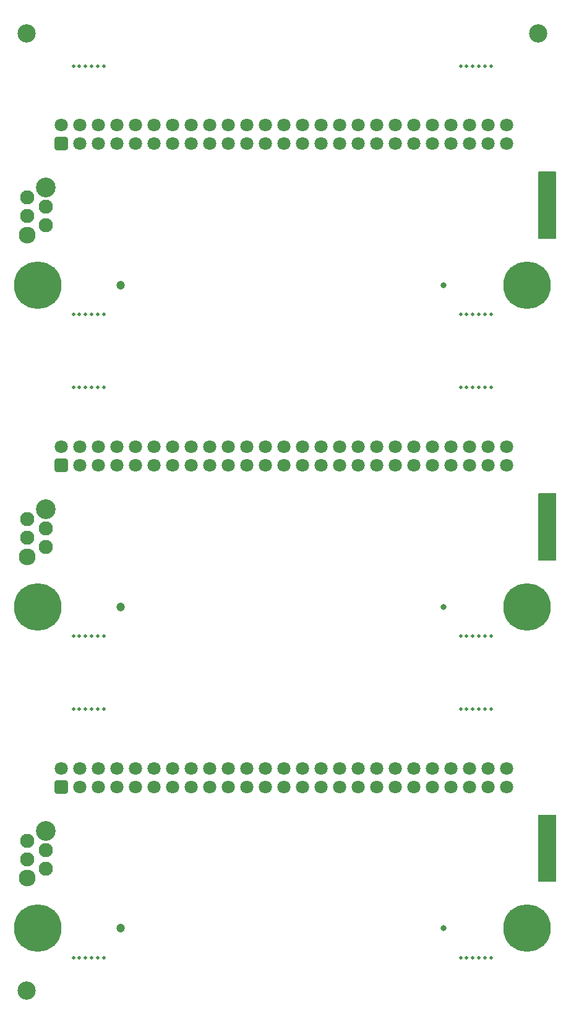
<source format=gbs>
G04 #@! TF.GenerationSoftware,KiCad,Pcbnew,8.0.6*
G04 #@! TF.CreationDate,2024-11-07T02:26:55-08:00*
G04 #@! TF.ProjectId,hvd-50-idc-panel,6876642d-3530-42d6-9964-632d70616e65,1*
G04 #@! TF.SameCoordinates,Original*
G04 #@! TF.FileFunction,Soldermask,Bot*
G04 #@! TF.FilePolarity,Negative*
%FSLAX46Y46*%
G04 Gerber Fmt 4.6, Leading zero omitted, Abs format (unit mm)*
G04 Created by KiCad (PCBNEW 8.0.6) date 2024-11-07 02:26:55*
%MOMM*%
%LPD*%
G01*
G04 APERTURE LIST*
G04 Aperture macros list*
%AMRoundRect*
0 Rectangle with rounded corners*
0 $1 Rounding radius*
0 $2 $3 $4 $5 $6 $7 $8 $9 X,Y pos of 4 corners*
0 Add a 4 corners polygon primitive as box body*
4,1,4,$2,$3,$4,$5,$6,$7,$8,$9,$2,$3,0*
0 Add four circle primitives for the rounded corners*
1,1,$1+$1,$2,$3*
1,1,$1+$1,$4,$5*
1,1,$1+$1,$6,$7*
1,1,$1+$1,$8,$9*
0 Add four rect primitives between the rounded corners*
20,1,$1+$1,$2,$3,$4,$5,0*
20,1,$1+$1,$4,$5,$6,$7,0*
20,1,$1+$1,$6,$7,$8,$9,0*
20,1,$1+$1,$8,$9,$2,$3,0*%
G04 Aperture macros list end*
%ADD10C,0.500000*%
%ADD11RoundRect,0.264706X0.635294X-0.635294X0.635294X0.635294X-0.635294X0.635294X-0.635294X-0.635294X0*%
%ADD12C,1.800000*%
%ADD13C,6.500000*%
%ADD14C,2.300000*%
%ADD15C,2.700000*%
%ADD16C,1.950000*%
%ADD17C,0.800000*%
%ADD18C,1.200000*%
%ADD19C,2.500000*%
G04 APERTURE END LIST*
D10*
G04 #@! TO.C,KiKit_MB_8_1*
X-61899000Y51002000D03*
G04 #@! TD*
G04 #@! TO.C,KiKit_MB_1_2*
X-9739401Y95002000D03*
G04 #@! TD*
G04 #@! TO.C,KiKit_MB_4_6*
X-66100999Y95002000D03*
G04 #@! TD*
G04 #@! TO.C,KiKit_MB_5_5*
X-12260600Y51002000D03*
G04 #@! TD*
G04 #@! TO.C,KiKit_MB_1_3*
X-10579801Y95002000D03*
G04 #@! TD*
G04 #@! TO.C,KiKit_MB_2_3*
X-64420199Y129002000D03*
G04 #@! TD*
G04 #@! TO.C,KiKit_MB_4_1*
X-61899000Y95002000D03*
G04 #@! TD*
G04 #@! TO.C,KiKit_MB_3_3*
X-11420200Y129002000D03*
G04 #@! TD*
G04 #@! TO.C,KiKit_MB_9_3*
X-10579801Y7002000D03*
G04 #@! TD*
D11*
G04 #@! TO.C,J2*
X-67760000Y30362000D03*
D12*
X-67760000Y32902000D03*
X-65220000Y30362000D03*
X-65220000Y32902000D03*
X-62680000Y30362000D03*
X-62680000Y32902000D03*
X-60140000Y30362000D03*
X-60140000Y32902000D03*
X-57600000Y30362000D03*
X-57600000Y32902000D03*
X-55060000Y30362000D03*
X-55060000Y32902000D03*
X-52520000Y30362000D03*
X-52520000Y32902000D03*
X-49980000Y30362000D03*
X-49980000Y32902000D03*
X-47440000Y30362000D03*
X-47440000Y32902000D03*
X-44900000Y30362000D03*
X-44900000Y32902000D03*
X-42360000Y30362000D03*
X-42360000Y32902000D03*
X-39820000Y30362000D03*
X-39820000Y32902000D03*
X-37280000Y30362000D03*
X-37280000Y32902000D03*
X-34740000Y30362000D03*
X-34740000Y32902000D03*
X-32200000Y30362000D03*
X-32200000Y32902000D03*
X-29660000Y30362000D03*
X-29660000Y32902000D03*
X-27120000Y30362000D03*
X-27120000Y32902000D03*
X-24580000Y30362000D03*
X-24580000Y32902000D03*
X-22040000Y30362000D03*
X-22040000Y32902000D03*
X-19500000Y30362000D03*
X-19500000Y32902000D03*
X-16960000Y30362000D03*
X-16960000Y32902000D03*
X-14420000Y30362000D03*
X-14420000Y32902000D03*
X-11880000Y30362000D03*
X-11880000Y32902000D03*
X-9340000Y30362000D03*
X-9340000Y32902000D03*
X-6800000Y30362000D03*
X-6800000Y32902000D03*
G04 #@! TD*
D10*
G04 #@! TO.C,KiKit_MB_12_5*
X-65260599Y7002000D03*
G04 #@! TD*
G04 #@! TO.C,KiKit_MB_9_5*
X-12260600Y7002000D03*
G04 #@! TD*
G04 #@! TO.C,KiKit_MB_10_5*
X-62739400Y41002000D03*
G04 #@! TD*
D13*
G04 #@! TO.C,H3*
X-71000000Y11002000D03*
G04 #@! TD*
D10*
G04 #@! TO.C,KiKit_MB_3_1*
X-13101000Y129002000D03*
G04 #@! TD*
G04 #@! TO.C,KiKit_MB_7_5*
X-9739401Y85002000D03*
G04 #@! TD*
G04 #@! TO.C,KiKit_MB_1_4*
X-11420200Y95002000D03*
G04 #@! TD*
G04 #@! TO.C,KiKit_MB_2_2*
X-65260599Y129002000D03*
G04 #@! TD*
G04 #@! TO.C,KiKit_MB_8_4*
X-64420199Y51002000D03*
G04 #@! TD*
G04 #@! TO.C,KiKit_MB_3_4*
X-10579801Y129002000D03*
G04 #@! TD*
G04 #@! TO.C,KiKit_MB_7_1*
X-13101000Y85002000D03*
G04 #@! TD*
G04 #@! TO.C,KiKit_MB_12_4*
X-64420199Y7002000D03*
G04 #@! TD*
G04 #@! TO.C,KiKit_MB_3_5*
X-9739401Y129002000D03*
G04 #@! TD*
G04 #@! TO.C,KiKit_MB_6_6*
X-61899000Y85002000D03*
G04 #@! TD*
G04 #@! TO.C,KiKit_MB_9_4*
X-11420200Y7002000D03*
G04 #@! TD*
G04 #@! TO.C,KiKit_MB_6_5*
X-62739400Y85002000D03*
G04 #@! TD*
G04 #@! TO.C,KiKit_MB_10_1*
X-66100999Y41002000D03*
G04 #@! TD*
D14*
G04 #@! TO.C,J3*
X-72440000Y105872000D03*
D15*
X-69900000Y112342000D03*
D16*
X-72440000Y111012000D03*
X-69900000Y109742000D03*
X-72440000Y108472000D03*
X-69900000Y107202000D03*
G04 #@! TD*
D10*
G04 #@! TO.C,KiKit_MB_11_1*
X-13101000Y41002000D03*
G04 #@! TD*
D11*
G04 #@! TO.C,J2*
X-67760000Y118362000D03*
D12*
X-67760000Y120902000D03*
X-65220000Y118362000D03*
X-65220000Y120902000D03*
X-62680000Y118362000D03*
X-62680000Y120902000D03*
X-60140000Y118362000D03*
X-60140000Y120902000D03*
X-57600000Y118362000D03*
X-57600000Y120902000D03*
X-55060000Y118362000D03*
X-55060000Y120902000D03*
X-52520000Y118362000D03*
X-52520000Y120902000D03*
X-49980000Y118362000D03*
X-49980000Y120902000D03*
X-47440000Y118362000D03*
X-47440000Y120902000D03*
X-44900000Y118362000D03*
X-44900000Y120902000D03*
X-42360000Y118362000D03*
X-42360000Y120902000D03*
X-39820000Y118362000D03*
X-39820000Y120902000D03*
X-37280000Y118362000D03*
X-37280000Y120902000D03*
X-34740000Y118362000D03*
X-34740000Y120902000D03*
X-32200000Y118362000D03*
X-32200000Y120902000D03*
X-29660000Y118362000D03*
X-29660000Y120902000D03*
X-27120000Y118362000D03*
X-27120000Y120902000D03*
X-24580000Y118362000D03*
X-24580000Y120902000D03*
X-22040000Y118362000D03*
X-22040000Y120902000D03*
X-19500000Y118362000D03*
X-19500000Y120902000D03*
X-16960000Y118362000D03*
X-16960000Y120902000D03*
X-14420000Y118362000D03*
X-14420000Y120902000D03*
X-11880000Y118362000D03*
X-11880000Y120902000D03*
X-9340000Y118362000D03*
X-9340000Y120902000D03*
X-6800000Y118362000D03*
X-6800000Y120902000D03*
G04 #@! TD*
D10*
G04 #@! TO.C,KiKit_MB_7_3*
X-11420200Y85002000D03*
G04 #@! TD*
G04 #@! TO.C,KiKit_MB_2_6*
X-61899000Y129002000D03*
G04 #@! TD*
G04 #@! TO.C,KiKit_MB_5_2*
X-9739401Y51002000D03*
G04 #@! TD*
D13*
G04 #@! TO.C,H3*
X-71000000Y99002000D03*
G04 #@! TD*
D10*
G04 #@! TO.C,KiKit_MB_7_2*
X-12260600Y85002000D03*
G04 #@! TD*
G04 #@! TO.C,KiKit_MB_12_2*
X-62739400Y7002000D03*
G04 #@! TD*
G04 #@! TO.C,KiKit_MB_10_4*
X-63579800Y41002000D03*
G04 #@! TD*
G04 #@! TO.C,KiKit_MB_1_6*
X-13101000Y95002000D03*
G04 #@! TD*
G04 #@! TO.C,KiKit_MB_6_3*
X-64420199Y85002000D03*
G04 #@! TD*
G04 #@! TO.C,KiKit_MB_4_2*
X-62739400Y95002000D03*
G04 #@! TD*
G04 #@! TO.C,KiKit_MB_9_6*
X-13101000Y7002000D03*
G04 #@! TD*
G04 #@! TO.C,KiKit_MB_9_2*
X-9739401Y7002000D03*
G04 #@! TD*
G04 #@! TO.C,KiKit_MB_6_1*
X-66100999Y85002000D03*
G04 #@! TD*
G04 #@! TO.C,KiKit_MB_2_4*
X-63579800Y129002000D03*
G04 #@! TD*
D17*
G04 #@! TO.C,J1*
X-15400000Y11002000D03*
D18*
X-59600000Y11002000D03*
G04 #@! TD*
D13*
G04 #@! TO.C,H3*
X-71000000Y55002000D03*
G04 #@! TD*
D10*
G04 #@! TO.C,KiKit_MB_2_5*
X-62739400Y129002000D03*
G04 #@! TD*
G04 #@! TO.C,KiKit_MB_1_1*
X-8899001Y95002000D03*
G04 #@! TD*
G04 #@! TO.C,KiKit_MB_8_5*
X-65260599Y51002000D03*
G04 #@! TD*
G04 #@! TO.C,KiKit_MB_12_6*
X-66100999Y7002000D03*
G04 #@! TD*
G04 #@! TO.C,KiKit_MB_3_2*
X-12260600Y129002000D03*
G04 #@! TD*
G04 #@! TO.C,KiKit_MB_7_6*
X-8899001Y85002000D03*
G04 #@! TD*
D17*
G04 #@! TO.C,J1*
X-15400000Y99002000D03*
D18*
X-59600000Y99002000D03*
G04 #@! TD*
D10*
G04 #@! TO.C,KiKit_MB_5_6*
X-13101000Y51002000D03*
G04 #@! TD*
G04 #@! TO.C,KiKit_MB_5_4*
X-11420200Y51002000D03*
G04 #@! TD*
G04 #@! TO.C,KiKit_MB_6_4*
X-63579800Y85002000D03*
G04 #@! TD*
D14*
G04 #@! TO.C,J3*
X-72440000Y17872000D03*
D15*
X-69900000Y24342000D03*
D16*
X-72440000Y23012000D03*
X-69900000Y21742000D03*
X-72440000Y20472000D03*
X-69900000Y19202000D03*
G04 #@! TD*
D10*
G04 #@! TO.C,KiKit_MB_11_5*
X-9739401Y41002000D03*
G04 #@! TD*
D13*
G04 #@! TO.C,H4*
X-4000000Y55002000D03*
G04 #@! TD*
D10*
G04 #@! TO.C,KiKit_MB_4_4*
X-64420199Y95002000D03*
G04 #@! TD*
G04 #@! TO.C,KiKit_MB_8_6*
X-66100999Y51002000D03*
G04 #@! TD*
G04 #@! TO.C,KiKit_MB_5_3*
X-10579801Y51002000D03*
G04 #@! TD*
G04 #@! TO.C,KiKit_MB_8_3*
X-63579800Y51002000D03*
G04 #@! TD*
G04 #@! TO.C,KiKit_MB_10_2*
X-65260599Y41002000D03*
G04 #@! TD*
D14*
G04 #@! TO.C,J3*
X-72440000Y61872000D03*
D15*
X-69900000Y68342000D03*
D16*
X-72440000Y67012000D03*
X-69900000Y65742000D03*
X-72440000Y64472000D03*
X-69900000Y63202000D03*
G04 #@! TD*
D10*
G04 #@! TO.C,KiKit_MB_9_1*
X-8899001Y7002000D03*
G04 #@! TD*
G04 #@! TO.C,KiKit_MB_11_4*
X-10579801Y41002000D03*
G04 #@! TD*
G04 #@! TO.C,KiKit_MB_6_2*
X-65260599Y85002000D03*
G04 #@! TD*
G04 #@! TO.C,KiKit_MB_11_3*
X-11420200Y41002000D03*
G04 #@! TD*
G04 #@! TO.C,KiKit_MB_10_6*
X-61899000Y41002000D03*
G04 #@! TD*
G04 #@! TO.C,KiKit_MB_11_6*
X-8899001Y41002000D03*
G04 #@! TD*
D17*
G04 #@! TO.C,J1*
X-15400000Y55002000D03*
D18*
X-59600000Y55002000D03*
G04 #@! TD*
D10*
G04 #@! TO.C,KiKit_MB_7_4*
X-10579801Y85002000D03*
G04 #@! TD*
G04 #@! TO.C,KiKit_MB_4_5*
X-65260599Y95002000D03*
G04 #@! TD*
G04 #@! TO.C,KiKit_MB_2_1*
X-66100999Y129002000D03*
G04 #@! TD*
G04 #@! TO.C,KiKit_MB_8_2*
X-62739400Y51002000D03*
G04 #@! TD*
D11*
G04 #@! TO.C,J2*
X-67760000Y74362000D03*
D12*
X-67760000Y76902000D03*
X-65220000Y74362000D03*
X-65220000Y76902000D03*
X-62680000Y74362000D03*
X-62680000Y76902000D03*
X-60140000Y74362000D03*
X-60140000Y76902000D03*
X-57600000Y74362000D03*
X-57600000Y76902000D03*
X-55060000Y74362000D03*
X-55060000Y76902000D03*
X-52520000Y74362000D03*
X-52520000Y76902000D03*
X-49980000Y74362000D03*
X-49980000Y76902000D03*
X-47440000Y74362000D03*
X-47440000Y76902000D03*
X-44900000Y74362000D03*
X-44900000Y76902000D03*
X-42360000Y74362000D03*
X-42360000Y76902000D03*
X-39820000Y74362000D03*
X-39820000Y76902000D03*
X-37280000Y74362000D03*
X-37280000Y76902000D03*
X-34740000Y74362000D03*
X-34740000Y76902000D03*
X-32200000Y74362000D03*
X-32200000Y76902000D03*
X-29660000Y74362000D03*
X-29660000Y76902000D03*
X-27120000Y74362000D03*
X-27120000Y76902000D03*
X-24580000Y74362000D03*
X-24580000Y76902000D03*
X-22040000Y74362000D03*
X-22040000Y76902000D03*
X-19500000Y74362000D03*
X-19500000Y76902000D03*
X-16960000Y74362000D03*
X-16960000Y76902000D03*
X-14420000Y74362000D03*
X-14420000Y76902000D03*
X-11880000Y74362000D03*
X-11880000Y76902000D03*
X-9340000Y74362000D03*
X-9340000Y76902000D03*
X-6800000Y74362000D03*
X-6800000Y76902000D03*
G04 #@! TD*
D10*
G04 #@! TO.C,KiKit_MB_12_1*
X-61899000Y7002000D03*
G04 #@! TD*
D13*
G04 #@! TO.C,H4*
X-4000000Y99002000D03*
G04 #@! TD*
G04 #@! TO.C,H4*
X-4000000Y11002000D03*
G04 #@! TD*
D10*
G04 #@! TO.C,KiKit_MB_3_6*
X-8899001Y129002000D03*
G04 #@! TD*
G04 #@! TO.C,KiKit_MB_10_3*
X-64420199Y41002000D03*
G04 #@! TD*
G04 #@! TO.C,KiKit_MB_11_2*
X-12260600Y41002000D03*
G04 #@! TD*
G04 #@! TO.C,KiKit_MB_12_3*
X-63579800Y7002000D03*
G04 #@! TD*
G04 #@! TO.C,KiKit_MB_1_5*
X-12260600Y95002000D03*
G04 #@! TD*
G04 #@! TO.C,KiKit_MB_4_3*
X-63579800Y95002000D03*
G04 #@! TD*
G04 #@! TO.C,KiKit_MB_5_1*
X-8899001Y51002000D03*
G04 #@! TD*
D19*
G04 #@! TO.C,KiKit_FID_B_2*
X-2500000Y133503500D03*
G04 #@! TD*
G04 #@! TO.C,KiKit_FID_B_3*
X-72500000Y2500000D03*
G04 #@! TD*
G04 #@! TO.C,KiKit_FID_B_1*
X-72500000Y133503500D03*
G04 #@! TD*
G36*
X-56961Y114532315D02*
G01*
X-11206Y114479511D01*
X0Y114428000D01*
X0Y105476000D01*
X-19685Y105408961D01*
X-72489Y105363206D01*
X-124000Y105352000D01*
X-2376000Y105352000D01*
X-2443039Y105371685D01*
X-2488794Y105424489D01*
X-2500000Y105476000D01*
X-2500000Y114428000D01*
X-2480315Y114495039D01*
X-2427511Y114540794D01*
X-2376000Y114552000D01*
X-124000Y114552000D01*
X-56961Y114532315D01*
G37*
G36*
X-56961Y70532315D02*
G01*
X-11206Y70479511D01*
X0Y70428000D01*
X0Y61476000D01*
X-19685Y61408961D01*
X-72489Y61363206D01*
X-124000Y61352000D01*
X-2376000Y61352000D01*
X-2443039Y61371685D01*
X-2488794Y61424489D01*
X-2500000Y61476000D01*
X-2500000Y70428000D01*
X-2480315Y70495039D01*
X-2427511Y70540794D01*
X-2376000Y70552000D01*
X-124000Y70552000D01*
X-56961Y70532315D01*
G37*
G36*
X-56961Y26532315D02*
G01*
X-11206Y26479511D01*
X0Y26428000D01*
X0Y17476000D01*
X-19685Y17408961D01*
X-72489Y17363206D01*
X-124000Y17352000D01*
X-2376000Y17352000D01*
X-2443039Y17371685D01*
X-2488794Y17424489D01*
X-2500000Y17476000D01*
X-2500000Y26428000D01*
X-2480315Y26495039D01*
X-2427511Y26540794D01*
X-2376000Y26552000D01*
X-124000Y26552000D01*
X-56961Y26532315D01*
G37*
M02*

</source>
